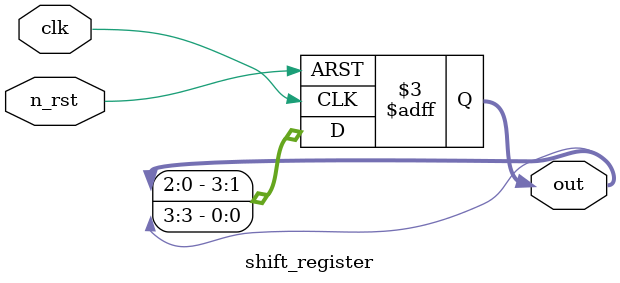
<source format=v>
module shift_register(
    input clk,
    input n_rst,
    output reg [3:0] out
);

always @(posedge clk or negedge n_rst) begin
    if(!n_rst)
        out <= 4'b0001;
    else
        out <= {out[2:0], out[3]};
end

endmodule
</source>
